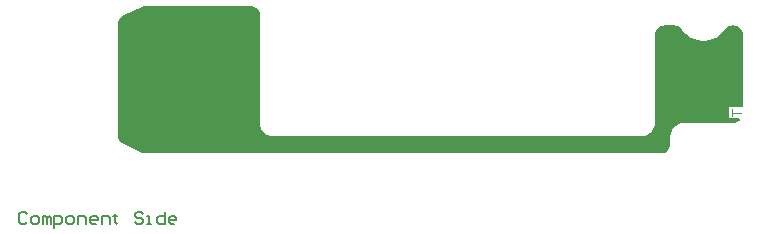
<source format=gbr>
G04 Layer_Physical_Order=1*
G04 Layer_Color=255*
%FSLAX43Y43*%
%MOMM*%
%TF.FileFunction,Copper,L1,Top,Signal*%
%TF.Part,Single*%
G01*
G75*
%TA.AperFunction,NonConductor*%
%ADD10C,0.100*%
%ADD11C,0.150*%
%TA.AperFunction,ViaPad*%
%ADD12C,2.000*%
%ADD13C,0.610*%
G36*
X1284Y6056D02*
X1459Y5995D01*
X1615Y5896D01*
X1746Y5765D01*
X1845Y5609D01*
X1906Y5434D01*
X1928Y5241D01*
Y-3800D01*
X1931Y-3809D01*
X1929Y-3818D01*
X1954Y-4043D01*
X1963Y-4059D01*
X1962Y-4078D01*
X2037Y-4292D01*
X2049Y-4306D01*
X2053Y-4325D01*
X2173Y-4516D01*
X2188Y-4527D01*
X2196Y-4545D01*
X2355Y-4704D01*
X2373Y-4712D01*
X2384Y-4727D01*
X2575Y-4847D01*
X2594Y-4851D01*
X2608Y-4863D01*
X2822Y-4938D01*
X2841Y-4937D01*
X2857Y-4946D01*
X3082Y-4971D01*
X3091Y-4969D01*
X3100Y-4972D01*
X34200D01*
X34209Y-4969D01*
X34218Y-4971D01*
X34443Y-4946D01*
X34459Y-4937D01*
X34478Y-4938D01*
X34692Y-4863D01*
X34706Y-4851D01*
X34725Y-4847D01*
X34916Y-4727D01*
X34927Y-4712D01*
X34945Y-4704D01*
X35104Y-4545D01*
X35112Y-4527D01*
X35127Y-4516D01*
X35247Y-4325D01*
X35251Y-4306D01*
X35263Y-4292D01*
X35338Y-4078D01*
X35337Y-4059D01*
X35346Y-4043D01*
X35371Y-3818D01*
X35369Y-3809D01*
X35372Y-3800D01*
Y3591D01*
X35394Y3784D01*
X35455Y3959D01*
X35554Y4115D01*
X35685Y4246D01*
X35841Y4345D01*
X36016Y4406D01*
X36209Y4428D01*
X37008D01*
X37216Y4402D01*
X37403Y4331D01*
X37567Y4218D01*
X37712Y4054D01*
X37712Y4054D01*
X38034Y3690D01*
X38052Y3681D01*
X38063Y3664D01*
X38462Y3388D01*
X38482Y3383D01*
X38497Y3369D01*
X38950Y3197D01*
X38971Y3197D01*
X38989Y3187D01*
X39470Y3129D01*
X39490Y3134D01*
X39510Y3129D01*
X39991Y3187D01*
X40009Y3197D01*
X40030Y3197D01*
X40483Y3369D01*
X40498Y3383D01*
X40518Y3388D01*
X40917Y3664D01*
X40928Y3681D01*
X40946Y3690D01*
X41268Y4054D01*
X41268Y4054D01*
X41413Y4218D01*
X41577Y4331D01*
X41764Y4402D01*
X41972Y4428D01*
X41991D01*
X42184Y4406D01*
X42359Y4345D01*
X42515Y4246D01*
X42646Y4115D01*
X42745Y3959D01*
X42806Y3784D01*
X42828Y3591D01*
Y-2470D01*
X41667D01*
Y-3457D01*
X42525D01*
X42578Y-3584D01*
X42515Y-3646D01*
X42359Y-3745D01*
X42184Y-3806D01*
X41991Y-3828D01*
X37850D01*
X37841Y-3831D01*
X37832Y-3829D01*
X37607Y-3854D01*
X37591Y-3863D01*
X37572Y-3862D01*
X37358Y-3937D01*
X37344Y-3949D01*
X37325Y-3953D01*
X37134Y-4073D01*
X37123Y-4088D01*
X37105Y-4096D01*
X36946Y-4255D01*
X36938Y-4273D01*
X36923Y-4284D01*
X36803Y-4475D01*
X36799Y-4494D01*
X36787Y-4508D01*
X36712Y-4722D01*
X36713Y-4741D01*
X36704Y-4757D01*
X36679Y-4982D01*
X36681Y-4991D01*
X36678Y-5000D01*
Y-5591D01*
X36656Y-5784D01*
X36595Y-5959D01*
X36496Y-6115D01*
X36365Y-6246D01*
X36209Y-6345D01*
X36034Y-6406D01*
X35841Y-6428D01*
X-7709Y-6428D01*
X-7897Y-6407D01*
X-8076Y-6346D01*
X-9581Y-5644D01*
X-9749Y-5542D01*
X-9882Y-5411D01*
X-9983Y-5253D01*
X-10045Y-5076D01*
X-10068Y-4881D01*
Y4531D01*
X-10045Y4726D01*
X-9983Y4903D01*
X-9882Y5061D01*
X-9749Y5192D01*
X-9581Y5294D01*
X-8076Y5996D01*
X-7897Y6057D01*
X-7709Y6078D01*
X1091D01*
X1284Y6056D01*
D02*
G37*
D10*
X41894Y-3230D02*
Y-2697D01*
Y-2963D01*
X42694D01*
D11*
X-8464Y-12365D02*
X-8631Y-12198D01*
X-8464Y-12365D02*
X-8131D01*
X-7964Y-12198D01*
Y-12032D01*
X-8131Y-11865D01*
X-8464D01*
X-8631Y-11699D01*
Y-11532D01*
X-8464Y-11365D01*
X-8131D01*
X-7964Y-11532D01*
X-7631Y-11699D02*
X-7465D01*
Y-12365D01*
X-7298D01*
X-7631D01*
X-6631D02*
X-6798Y-12198D01*
Y-11865D01*
X-6631Y-11699D01*
X-6132D01*
Y-11365D02*
Y-12365D01*
X-6631D01*
X-5632D02*
X-5798Y-12198D01*
Y-11865D01*
X-5632Y-11699D01*
X-5299D01*
X-5132Y-11865D01*
Y-12032D01*
X-5798D01*
X-5632Y-12365D02*
X-5299D01*
X-10130D02*
X-10297Y-12198D01*
Y-11699D01*
X-10464D01*
X-10130D01*
X-10297D01*
Y-11532D01*
X-10963Y-11699D02*
X-10797Y-11865D01*
Y-12365D01*
X-11463D02*
Y-11699D01*
X-10963D01*
X-11963D02*
X-11796Y-11865D01*
Y-12032D01*
X-12463D01*
Y-12198D02*
Y-11865D01*
X-12296Y-11699D01*
X-11963D01*
Y-12365D02*
X-12296D01*
X-12463Y-12198D01*
X-12796Y-12365D02*
Y-11865D01*
X-12963Y-11699D01*
X-13463D01*
Y-12365D01*
X-13962D02*
X-13796Y-12198D01*
Y-11865D01*
X-13962Y-11699D01*
X-14296D01*
X-14462Y-11865D01*
Y-12198D01*
X-14296Y-12365D01*
X-13962D01*
X-14962D02*
X-15462D01*
Y-12698D02*
Y-11699D01*
X-14962D01*
X-14796Y-11865D01*
Y-12198D01*
X-14962Y-12365D01*
X-15795D02*
Y-11865D01*
X-15962Y-11699D01*
X-16128Y-11865D01*
Y-12365D01*
Y-11865D01*
X-16295Y-11699D01*
X-16462D01*
Y-12365D01*
X-16961D02*
X-16795Y-12198D01*
Y-11865D01*
X-16961Y-11699D01*
X-17295D01*
X-17461Y-11865D01*
Y-12198D01*
X-17295Y-12365D01*
X-16961D01*
X-17961D02*
X-17795Y-12198D01*
X-17961Y-12365D02*
X-18294D01*
X-18461Y-12198D01*
Y-11532D01*
X-18294Y-11365D01*
X-17961D01*
X-17795Y-11532D01*
D12*
X36850Y0D02*
D03*
X0Y0D02*
D03*
D13*
X20099Y-5684D02*
D03*
X21923Y-5677D02*
D03*
X18246Y-5647D02*
D03*
%TF.MD5,101e7724068b4b296983ea89b6fa58e0*%
M02*

</source>
